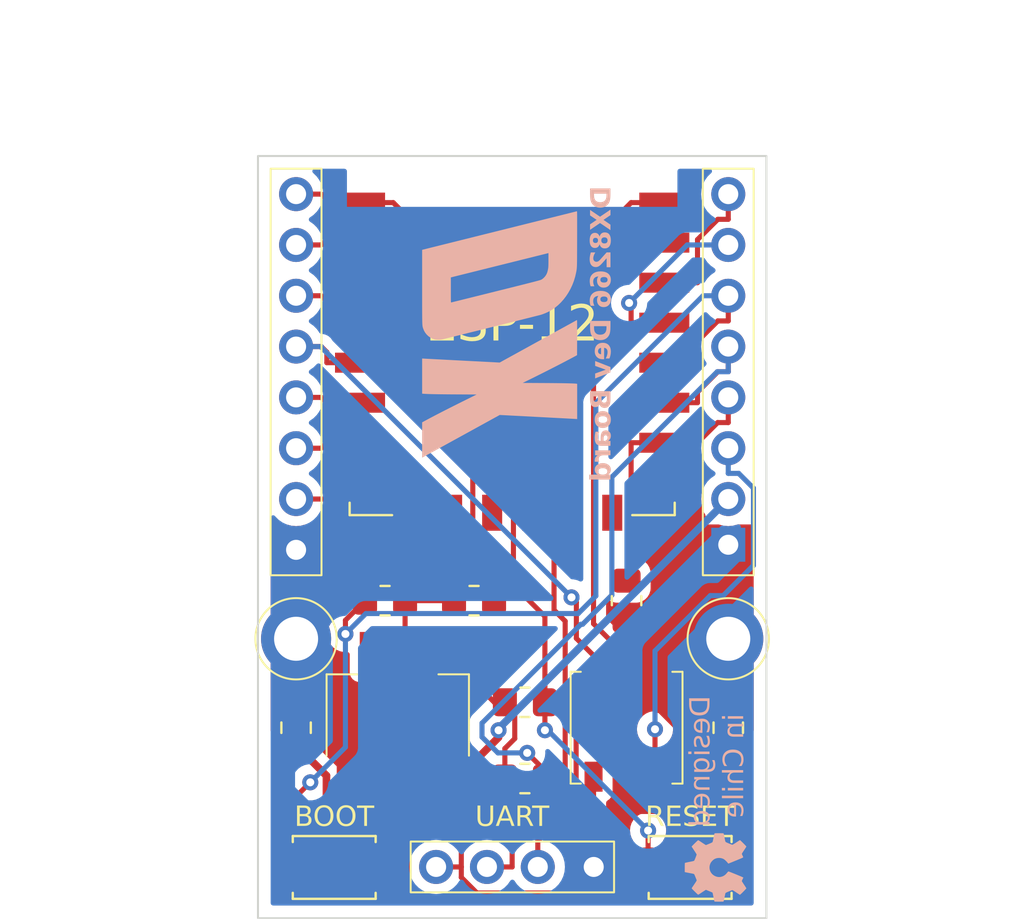
<source format=kicad_pcb>
(kicad_pcb (version 20221018) (generator pcbnew)
  (layers (0 "F.Cu" signal) (31 "B.Cu" signal) (34 "B.Paste" user) (35 "F.Paste" user) (36 "B.SilkS" user "B.Silkscreen") (37 "F.SilkS" user "F.Silkscreen") (38 "B.Mask" user) (39 "F.Mask" user) (44 "Edge.Cuts" user))
  (net 0 "")
  (net 1 "/VIN")
  (net 2 "Earth")
  (net 3 "VCC")
  (net 4 "/DOUT")
  (net 5 "/GPIO14")
  (net 6 "/GPIO13")
  (net 7 "/GPIO12")
  (net 8 "/GPIO16")
  (net 9 "/ADC")
  (net 10 "/RESET")
  (net 11 "/GPIO5")
  (net 12 "/GPIO4")
  (net 13 "/GPIO0")
  (net 14 "/GPIO2")
  (net 15 "/GPIO15")
  (net 16 "Net-(U1-EN)")
  (net 23 "Net-(Jr1-Pin_2)")
  (net 24 "Net-(Jr1-Pin_3)")
  (footprint "Connector_PinSocket_2.54mm:PinSocket_1x04_P2.54mm_Vertical" (layer "F.Cu") (at 123.2 125.705 90)
    (fp_text reference "Jr1" hide)
    (fp_text value "PINS_UART" hide)
    (pad "1" thru_hole rect (at 0 7.874 90) (size 1.7 1.7) (drill 1) (layers "*.Cu" "*.Mask") (net 2 "Earth"))
    (pad "2" thru_hole oval (at 0 2.54 90) (size 1.7 1.7) (drill 1) (layers "*.Cu" "*.Mask") (net 23 "Net-(Jr1-Pin_2)"))
    (pad "3" thru_hole oval (at 0 5.08 90) (size 1.7 1.7) (drill 1) (layers "*.Cu" "*.Mask") (net 24 "Net-(Jr1-Pin_3)"))
    (pad "4" thru_hole oval (at 0 0 90) (size 1.7 1.7) (drill 1) (layers "*.Cu" "*.Mask") (net 3 "VCC"))
  )
  (footprint "MountingHole:MountingHole_2.2mm_M2_ISO7380_Pad" (layer "F.Cu") (at 137.795 114.3)
    (fp_text reference "DX" hide)
    (fp_text value "MountingHole_2.2mm_M2_ISO7380_Pad")
    (pad "1" thru_hole circle (at 0 0) (size 3.5 3.5) (drill 2.2) (layers "*.Cu" "*.Mask") (net 2 "Earth"))
  )
  (footprint "Resistor_SMD:R_0805_2012Metric_Pad1.20x1.40mm_HandSolder" (layer "F.Cu") (at 127.635 117.475)
    (fp_text reference "R1" hide)
    (fp_text value "10k" hide)
    (pad "1" smd roundrect (at -1 0) (size 1.2 1.4) (layers "F.Cu" "F.Paste" "F.Mask") (roundrect_rratio 0.2083333333) (net 3 "VCC"))
    (pad "2" smd roundrect (at 1 0) (size 1.2 1.4) (layers "F.Cu" "F.Paste" "F.Mask") (roundrect_rratio 0.2083333333) (net 10 "/RESET"))
  )
  (footprint "Button_Switch_SMD:SW_Push_SPST_NO_Alps_SKRK" (layer "F.Cu") (at 118.11 125.73 180)
    (fp_text reference "SW2" hide)
    (fp_text value "FLASH" hide)
    (pad "1" smd roundrect (at -2.1 0 180) (size 0.8 2) (layers "F.Cu" "F.Paste" "F.Mask") (net 2 "Earth"))
    (pad "2" smd roundrect (at 2.1 0 180) (size 0.8 2) (layers "F.Cu" "F.Paste" "F.Mask") (net 13 "/GPIO0"))
  )
  (footprint "Resistor_SMD:R_0805_2012Metric_Pad1.20x1.40mm_HandSolder" (layer "F.Cu") (at 127.635 121.285)
    (fp_text reference "R3" hide)
    (fp_text value "10k" hide)
    (pad "1" smd roundrect (at -1 0) (size 1.2 1.4) (layers "F.Cu" "F.Paste" "F.Mask") (roundrect_rratio 0.2083333333) (net 3 "VCC"))
    (pad "2" smd roundrect (at 1 0) (size 1.2 1.4) (layers "F.Cu" "F.Paste" "F.Mask") (roundrect_rratio 0.2083333333) (net 14 "/GPIO2"))
  )
  (footprint "LED_SMD:LED_WS2812B_PLCC4_5.0x5.0mm_P3.2mm" (layer "F.Cu") (at 132.715 118.745 90)
    (fp_text reference "D1" hide)
    (fp_text value "WS2812B" hide)
    (pad "1" smd rect (at -2.45 -1.65 90) (size 1.5 0.9) (layers "F.Cu" "F.Paste" "F.Mask") (net 3 "VCC"))
    (pad "2" smd rect (at -2.45 1.65 90) (size 1.5 0.9) (layers "F.Cu" "F.Paste" "F.Mask") (net 4 "/DOUT"))
    (pad "3" smd rect (at 2.45 1.65 90) (size 1.5 0.9) (layers "F.Cu" "F.Paste" "F.Mask") (net 2 "Earth"))
    (pad "4" smd rect (at 2.45 -1.65 90) (size 1.5 0.9) (layers "F.Cu" "F.Paste" "F.Mask") (net 5 "/GPIO14"))
  )
  (footprint "MountingHole:MountingHole_2.2mm_M2_ISO7380_Pad" (layer "F.Cu") (at 116.205 114.3)
    (fp_text reference "hole2" hide)
    (fp_text value "MountingHole_2.2mm_M2_ISO7380_Pad")
    (pad "1" thru_hole circle (at 0 0) (size 3.5 3.5) (drill 2.2) (layers "*.Cu" "*.Mask") (net 2 "Earth"))
  )
  (footprint "Connector_PinSocket_2.54mm:PinSocket_1x08_P2.54mm_Vertical" (layer "F.Cu") (at 116.205 109.855 180)
    (fp_text reference "J1" hide)
    (fp_text value "PINS_LEFT" hide)
    (pad "1" thru_hole rect (at 0 0 180) (size 1.7 1.7) (drill 1) (layers "*.Cu" "*.Mask") (net 2 "Earth"))
    (pad "2" thru_hole oval (at 0 2.54 180) (size 1.7 1.7) (drill 1) (layers "*.Cu" "*.Mask") (net 3 "VCC"))
    (pad "3" thru_hole oval (at 0 5.08 180) (size 1.7 1.7) (drill 1) (layers "*.Cu" "*.Mask") (net 6 "/GPIO13"))
    (pad "4" thru_hole oval (at 0 7.62 180) (size 1.7 1.7) (drill 1) (layers "*.Cu" "*.Mask") (net 7 "/GPIO12"))
    (pad "5" thru_hole oval (at 0 10.16 180) (size 1.7 1.7) (drill 1) (layers "*.Cu" "*.Mask") (net 5 "/GPIO14"))
    (pad "6" thru_hole oval (at 0 12.7 180) (size 1.7 1.7) (drill 1) (layers "*.Cu" "*.Mask") (net 8 "/GPIO16"))
    (pad "7" thru_hole oval (at 0 15.24 180) (size 1.7 1.7) (drill 1) (layers "*.Cu" "*.Mask") (net 9 "/ADC"))
    (pad "8" thru_hole oval (at 0 17.78 180) (size 1.7 1.7) (drill 1) (layers "*.Cu" "*.Mask") (net 10 "/RESET"))
  )
  (footprint "Button_Switch_SMD:SW_Push_SPST_NO_Alps_SKRK" (layer "F.Cu") (at 135.89 125.73 180)
    (fp_text reference "SW1" hide)
    (fp_text value "RESET" hide)
    (pad "1" smd roundrect (at -2.1 0 180) (size 0.8 2) (layers "F.Cu" "F.Paste" "F.Mask") (net 2 "Earth"))
    (pad "2" smd roundrect (at 2.1 0 180) (size 0.8 2) (layers "F.Cu" "F.Paste" "F.Mask") (net 10 "/RESET"))
  )
  (footprint "Capacitor_SMD:C_0805_2012Metric_Pad1.18x1.45mm_HandSolder" (layer "F.Cu") (at 116.205 118.745 90)
    (fp_text reference "C1" hide)
    (fp_text value "10uf" hide)
    (pad "1" smd roundrect (at -1.0375 0 90) (size 1.175 1.45) (layers "F.Cu" "F.Paste" "F.Mask") (roundrect_rratio 0.2127659574) (net 1 "/VIN"))
    (pad "2" smd roundrect (at 1.0375 0 90) (size 1.175 1.45) (layers "F.Cu" "F.Paste" "F.Mask") (roundrect_rratio 0.2127659574) (net 2 "Earth"))
  )
  (footprint "Resistor_SMD:R_0805_2012Metric_Pad1.20x1.40mm_HandSolder" (layer "F.Cu") (at 125.095 112.395)
    (fp_text reference "R5" hide)
    (fp_text value "10k" hide)
    (pad "1" smd roundrect (at -1 0) (size 1.2 1.4) (layers "F.Cu" "F.Paste" "F.Mask") (roundrect_rratio 0.2083333333) (net 3 "VCC"))
    (pad "2" smd roundrect (at 1 0) (size 1.2 1.4) (layers "F.Cu" "F.Paste" "F.Mask") (roundrect_rratio 0.2083333333) (net 16 "Net-(U1-EN)"))
  )
  (footprint "Resistor_SMD:R_0805_2012Metric_Pad1.20x1.40mm_HandSolder" (layer "F.Cu") (at 120.65 112.395 180)
    (fp_text reference "R4" hide)
    (fp_text value "10k" hide)
    (pad "1" smd roundrect (at -1 0 180) (size 1.2 1.4) (layers "F.Cu" "F.Paste" "F.Mask") (roundrect_rratio 0.2083333333) (net 3 "VCC"))
    (pad "2" smd roundrect (at 1 0 180) (size 1.2 1.4) (layers "F.Cu" "F.Paste" "F.Mask") (roundrect_rratio 0.2083333333) (net 13 "/GPIO0"))
  )
  (footprint "RF_Module:ESP-12E" (layer "F.Cu") (at 127 96)
    (fp_text reference "U1" hide)
    (fp_text value "ESP-12F")
    (pad "1" smd rect (at -7.6 -3.5) (size 2.5 1) (layers "F.Cu" "F.Paste" "F.Mask") (net 10 "/RESET"))
    (pad "2" smd rect (at -7.6 -1.5) (size 2.5 1) (layers "F.Cu" "F.Paste" "F.Mask") (net 9 "/ADC"))
    (pad "3" smd rect (at -7.6 0.5) (size 2.5 1) (layers "F.Cu" "F.Paste" "F.Mask") (net 16 "Net-(U1-EN)"))
    (pad "4" smd rect (at -7.6 2.5) (size 2.5 1) (layers "F.Cu" "F.Paste" "F.Mask") (net 8 "/GPIO16"))
    (pad "5" smd rect (at -7.6 4.5) (size 2.5 1) (layers "F.Cu" "F.Paste" "F.Mask") (net 5 "/GPIO14"))
    (pad "6" smd rect (at -7.6 6.5) (size 2.5 1) (layers "F.Cu" "F.Paste" "F.Mask") (net 7 "/GPIO12"))
    (pad "7" smd rect (at -7.6 8.5) (size 2.5 1) (layers "F.Cu" "F.Paste" "F.Mask") (net 6 "/GPIO13"))
    (pad "8" smd rect (at -7.6 10.5) (size 2.5 1) (layers "F.Cu" "F.Paste" "F.Mask") (net 3 "VCC"))
    (pad "9" smd rect (at -5 12) (size 1 1.8) (layers "F.Cu" "F.Paste" "F.Mask"))
    (pad "10" smd rect (at -3 12) (size 1 1.8) (layers "F.Cu" "F.Paste" "F.Mask"))
    (pad "11" smd rect (at -1 12) (size 1 1.8) (layers "F.Cu" "F.Paste" "F.Mask"))
    (pad "12" smd rect (at 1 12) (size 1 1.8) (layers "F.Cu" "F.Paste" "F.Mask"))
    (pad "13" smd rect (at 3 12) (size 1 1.8) (layers "F.Cu" "F.Paste" "F.Mask"))
    (pad "14" smd rect (at 5 12) (size 1 1.8) (layers "F.Cu" "F.Paste" "F.Mask"))
    (pad "15" smd rect (at 7.6 10.5) (size 2.5 1) (layers "F.Cu" "F.Paste" "F.Mask") (net 2 "Earth"))
    (pad "16" smd rect (at 7.6 8.5) (size 2.5 1) (layers "F.Cu" "F.Paste" "F.Mask") (net 15 "/GPIO15"))
    (pad "17" smd rect (at 7.6 6.5) (size 2.5 1) (layers "F.Cu" "F.Paste" "F.Mask") (net 14 "/GPIO2"))
    (pad "18" smd rect (at 7.6 4.5) (size 2.5 1) (layers "F.Cu" "F.Paste" "F.Mask") (net 13 "/GPIO0"))
    (pad "19" smd rect (at 7.6 2.5) (size 2.5 1) (layers "F.Cu" "F.Paste" "F.Mask") (net 12 "/GPIO4"))
    (pad "20" smd rect (at 7.6 0.5) (size 2.5 1) (layers "F.Cu" "F.Paste" "F.Mask") (net 11 "/GPIO5"))
    (pad "21" smd rect (at 7.6 -1.5) (size 2.5 1) (layers "F.Cu" "F.Paste" "F.Mask") (net 24 "Net-(Jr1-Pin_3)"))
    (pad "22" smd rect (at 7.6 -3.5) (size 2.5 1) (layers "F.Cu" "F.Paste" "F.Mask") (net 23 "Net-(Jr1-Pin_2)"))
    (zone (net 0) (net_name "") (layers "*.Cu") (connect_pads (clearance 0)) (min_thickness 0.254)
      (keepout (tracks not_allowed) (vias not_allowed) (pads not_allowed) (copperpour not_allowed) (footprints not_allowed))
      (fill (thermal_gap 0.508) (thermal_bridge_width 0.508))
      (polygon (pts (xy 118.88 91.2) (xy 135.12 91.2) (xy 135.12 83.88) (xy 118.88 83.88)))
    )
  )
  (footprint "Connector_PinSocket_2.54mm:PinSocket_1x08_P2.54mm_Vertical" (layer "F.Cu") (at 137.795 92.075)
    (fp_text reference "J2" hide)
    (fp_text value "PINS_RIGHT" hide)
    (pad "1" thru_hole rect (at 0 17.526) (size 1.7 1.7) (drill 1) (layers "*.Cu" "*.Mask") (net 2 "Earth"))
    (pad "2" thru_hole oval (at 0 2.54) (size 1.7 1.7) (drill 1) (layers "*.Cu" "*.Mask") (net 12 "/GPIO4"))
    (pad "3" thru_hole oval (at 0 5.08) (size 1.7 1.7) (drill 1) (layers "*.Cu" "*.Mask") (net 13 "/GPIO0"))
    (pad "4" thru_hole oval (at 0 7.62) (size 1.7 1.7) (drill 1) (layers "*.Cu" "*.Mask") (net 14 "/GPIO2"))
    (pad "5" thru_hole oval (at 0 10.16) (size 1.7 1.7) (drill 1) (layers "*.Cu" "*.Mask") (net 15 "/GPIO15"))
    (pad "6" thru_hole oval (at 0 12.7) (size 1.7 1.7) (drill 1) (layers "*.Cu" "*.Mask") (net 4 "/DOUT"))
    (pad "7" thru_hole oval (at 0 15.24) (size 1.7 1.7) (drill 1) (layers "*.Cu" "*.Mask") (net 1 "/VIN"))
    (pad "8" thru_hole oval (at 0 0) (size 1.7 1.7) (drill 1) (layers "*.Cu" "*.Mask") (net 11 "/GPIO5"))
  )
  (footprint "Resistor_SMD:R_0805_2012Metric_Pad1.20x1.40mm_HandSolder" (layer "F.Cu") (at 132.715 112.395 -90)
    (fp_text reference "R2" hide)
    (fp_text value "10k" hide)
    (pad "1" smd roundrect (at -1 0 270) (size 1.2 1.4) (layers "F.Cu" "F.Paste" "F.Mask") (roundrect_rratio 0.2083333333) (net 15 "/GPIO15"))
    (pad "2" smd roundrect (at 1 0 270) (size 1.2 1.4) (layers "F.Cu" "F.Paste" "F.Mask") (roundrect_rratio 0.2083333333) (net 2 "Earth"))
  )
  (footprint "Capacitor_SMD:C_0805_2012Metric_Pad1.18x1.45mm_HandSolder" (layer "F.Cu") (at 137.795 118.745 90)
    (fp_text reference "C2" hide)
    (fp_text value "10uf" hide)
    (pad "1" smd roundrect (at -1.0375 0 90) (size 1.175 1.45) (layers "F.Cu" "F.Paste" "F.Mask") (roundrect_rratio 0.2127659574) (net 3 "VCC"))
    (pad "2" smd roundrect (at 1.0375 0 90) (size 1.175 1.45) (layers "F.Cu" "F.Paste" "F.Mask") (roundrect_rratio 0.2127659574) (net 2 "Earth"))
  )
  (footprint "Package_TO_SOT_SMD:SOT-223-3_TabPin2" (layer "F.Cu") (at 121.285 118.11 90)
    (fp_text reference "Ue" hide)
    (fp_text value "AMS1117-3.3" hide)
    (pad "1" smd rect (at -3.15 -2.3 90) (size 2 1.5) (layers "F.Cu" "F.Paste" "F.Mask") (net 2 "Earth"))
    (pad "2" smd rect (at -3.15 0 90) (size 2 1.5) (layers "F.Cu" "F.Paste" "F.Mask") (net 3 "VCC"))
    (pad "2" smd rect (at 3.15 0 90) (size 2 3.8) (layers "F.Cu" "F.Paste" "F.Mask") (net 3 "VCC"))
    (pad "3" smd rect (at -3.15 2.3 90) (size 2 1.5) (layers "F.Cu" "F.Paste" "F.Mask") (net 1 "/VIN"))
  )
  (footprint "LOGO" (layer "B.Cu") (at 137.16 125.73 -90)
    (fp_text reference "G***" hide)
    (fp_text value "LOGO" hide)
  )
  (footprint "LOGO" (layer "B.Cu") (at 126.365 99.06 -90)
    (fp_text reference "G***" hide)
    (fp_text value "LOGO" hide)
  )
  (gr_rect (start 114.3 90.17) (end 139.7 128.27) (stroke (width 0.1)) (fill none) (layer "Edge.Cuts"))
  (gr_text "DX8266 Dev Board" (at 132.08 99.06 90) (layer "B.SilkS") (effects (font (size 1 1) (thickness 0.2) bold italic) (justify bottom mirror)))
  (gr_text "Designed \nin Chile" (at 138.709274 120.65 90) (layer "B.SilkS") (effects (font (size 1 1)) (justify bottom mirror)))
  (gr_text "ESP-12" (at 127 99.695) (layer "F.SilkS") (effects (font (size 1.778 1.778)) (justify bottom)))
  (gr_text "BOOT" (at 118.11 123.825) (layer "F.SilkS") (effects (font (size 1 1)) (justify bottom)))
  (gr_text "RESET" (at 135.89 123.825) (layer "F.SilkS") (effects (font (size 1 1)) (justify bottom)))
  (gr_text "UART" (at 127 123.825) (layer "F.SilkS") (effects (font (size 1 1)) (justify bottom)))
  (segment (start 117.7216 121.1407) (end 116.3634 119.7825) (width 0.381) (layer "F.Cu") (net 1))
  (segment (start 117.7216 125.1169) (end 117.7216 121.1407) (width 0.381) (layer "F.Cu") (net 1))
  (segment (start 123.585 121.26) (end 123.585 121.9641) (width 0.254) (layer "F.Cu") (net 1))
  (segment (start 123.585 122.6683) (end 121.7585 124.4948) (width 0.381) (layer "F.Cu") (net 1))
  (segment (start 119.7826 127.1779) (end 117.7216 125.1169) (width 0.381) (layer "F.Cu") (net 1))
  (segment (start 121.7585 126.0717) (end 120.6523 127.1779) (width 0.381) (layer "F.Cu") (net 1))
  (segment (start 123.585 121.9641) (end 126.3203 119.2288) (width 0.381) (layer "F.Cu") (net 1))
  (segment (start 123.585 121.9641) (end 123.585 122.6683) (width 0.381) (layer "F.Cu") (net 1))
  (segment (start 120.6523 127.1779) (end 119.7826 127.1779) (width 0.381) (layer "F.Cu") (net 1))
  (segment (start 126.3203 119.2288) (end 126.3203 118.8725) (width 0.254) (layer "F.Cu") (net 1))
  (segment (start 121.7585 124.4948) (end 121.7585 126.0717) (width 0.381) (layer "F.Cu") (net 1))
  (segment (start 116.3634 119.7825) (end 116.205 119.7825) (width 0.254) (layer "F.Cu") (net 1))
  (via (at 126.3203 118.8725) (size 0.8) (drill 0.4) (layers "F.Cu" "B.Cu") (net 1))
  (segment (start 126.3203 118.7897) (end 137.795 107.315) (width 0.381) (layer "B.Cu") (net 1))
  (segment (start 126.3203 118.8725) (end 126.3203 118.7897) (width 0.254) (layer "B.Cu") (net 1))
  (segment (start 137.795 117.7075) (end 137.795 114.3) (width 0.6858) (layer "F.Cu") (net 2))
  (segment (start 118.985 121.7226) (end 118.985 121.26) (width 0.6858) (layer "F.Cu") (net 2))
  (segment (start 118.985 121.7226) (end 118.985 122.8842) (width 0.6858) (layer "F.Cu") (net 2))
  (segment (start 136.3208 109.601) (end 136.3208 108.2208) (width 0.6858) (layer "F.Cu") (net 2))
  (segment (start 136.1432 119.3593) (end 134.453 117.6692) (width 0.6858) (layer "F.Cu") (net 2))
  (segment (start 118.985 121.26) (end 118.985 119.6358) (width 0.6858) (layer "F.Cu") (net 2))
  (segment (start 136.1432 119.3593) (end 137.795 117.7075) (width 0.6858) (layer "F.Cu") (net 2))
  (segment (start 135.9166 121.7724) (end 135.9166 119.5859) (width 0.6858) (layer "F.Cu") (net 2))
  (segment (start 134.453 117.6692) (end 134.365 117.6692) (width 0.6858) (layer "F.Cu") (net 2))
  (segment (start 132.5903 122.7145) (end 134.9745 122.7145) (width 0.6858) (layer "F.Cu") (net 2))
  (segment (start 137.795 114.3) (end 137.795 109.601) (width 0.6858) (layer "F.Cu") (net 2))
  (segment (start 116.205 114.3) (end 116.205 117.7075) (width 0.6858) (layer "F.Cu") (net 2))
  (segment (start 134.9745 122.7145) (end 137.99 125.73) (width 0.6858) (layer "F.Cu") (net 2))
  (segment (start 120.21 124.1092) (end 120.21 125.73) (width 0.6858) (layer "F.Cu") (net 2))
  (segment (start 118.985 119.6358) (end 118.1333 119.6358) (width 0.6858) (layer "F.Cu") (net 2))
  (segment (start 135.9166 119.5859) (end 136.1432 119.3593) (width 0.6858) (layer "F.Cu") (net 2))
  (segment (start 134.365 114.9208) (end 134.2408 114.9208) (width 0.6858) (layer "F.Cu") (net 2))
  (segment (start 134.365 116.295) (end 134.365 117.6692) (width 0.6858) (layer "F.Cu") (net 2))
  (segment (start 118.985 122.8842) (end 120.21 124.1092) (width 0.6858) (layer "F.Cu") (net 2))
  (segment (start 136.3208 108.2208) (end 134.6 106.5) (width 0.6858) (layer "F.Cu") (net 2))
  (segment (start 134.365 116.295) (end 134.365 114.9208) (width 0.6858) (layer "F.Cu") (net 2))
  (segment (start 118.1333 119.6358) (end 116.205 117.7075) (width 0.6858) (layer "F.Cu") (net 2))
  (segment (start 116.205 109.855) (end 116.205 114.3) (width 0.6858) (layer "F.Cu") (net 2))
  (segment (start 131.074 124.2308) (end 132.5903 122.7145) (width 0.6858) (layer "F.Cu") (net 2))
  (segment (start 134.9745 122.7145) (end 135.9166 121.7724) (width 0.6858) (layer "F.Cu") (net 2))
  (segment (start 137.795 109.601) (end 136.3208 109.601) (width 0.6858) (layer "F.Cu") (net 2))
  (segment (start 131.074 125.705) (end 131.074 124.2308) (width 0.6858) (layer "F.Cu") (net 2))
  (segment (start 134.2408 114.9208) (end 132.715 113.395) (width 0.6858) (layer "F.Cu") (net 2))
  (segment (start 117.7926 123.8394) (end 129.2084 123.8394) (width 0.6858) (layer "B.Cu") (net 2))
  (segment (start 115.8109 121.8577) (end 117.7926 123.8394) (width 0.6858) (layer "B.Cu") (net 2))
  (segment (start 115.8109 114.6941) (end 115.8109 121.8577) (width 0.6858) (layer "B.Cu") (net 2))
  (segment (start 129.2084 123.8394) (end 131.074 125.705) (width 0.6858) (layer "B.Cu") (net 2))
  (segment (start 116.205 114.3) (end 115.8109 114.6941) (width 0.6858) (layer "B.Cu") (net 2))
  (segment (start 126.635 119.7838) (end 127.1286 119.2902) (width 0.254) (layer "F.Cu") (net 3))
  (segment (start 126.635 121.285) (end 124.4583 123.4617) (width 0.254) (layer "F.Cu") (net 3))
  (segment (start 116.205 107.315) (end 117.4633 107.315) (width 0.254) (layer "F.Cu") (net 3))
  (segment (start 131.065 123.1776) (end 131.065 121.195) (width 0.254) (layer "F.Cu") (net 3))
  (segment (start 137.795 119.7825) (end 138.7995 120.787) (width 0.254) (layer "F.Cu") (net 3))
  (segment (start 126.635 121.285) (end 126.635 119.7838) (width 0.254) (layer "F.Cu") (net 3))
  (segment (start 125.2388 127.0069) (end 124.4583 126.2264) (width 0.254) (layer "F.Cu") (net 3))
  (segment (start 129.8105 126.7189) (end 129.5225 127.0069) (width 0.254) (layer "F.Cu") (net 3))
  (segment (start 138.7995 120.787) (end 138.7995 126.7874) (width 0.254) (layer "F.Cu") (net 3))
  (segment (start 119.4 106.5) (end 118.6561 106.5) (width 0.254) (layer "F.Cu") (net 3))
  (segment (start 124.4583 123.4617) (end 124.4583 125.705) (width 0.254) (layer "F.Cu") (net 3))
  (segment (start 121.9901 114.96) (end 121.285 115.6651) (width 0.254) (layer "F.Cu") (net 3))
  (segment (start 126.1083 117.475) (end 123.5933 114.96) (width 0.254) (layer "F.Cu") (net 3))
  (segment (start 121.65 112.395) (end 121.65 110.3089) (width 0.254) (layer "F.Cu") (net 3))
  (segment (start 129.5225 127.0069) (end 125.2388 127.0069) (width 0.254) (layer "F.Cu") (net 3))
  (segment (start 118.6561 107.315) (end 118.6561 106.5) (width 0.254) (layer "F.Cu") (net 3))
  (segment (start 138.4363 127.1506) (end 130.2422 127.1506) (width 0.254) (layer "F.Cu") (net 3))
  (segment (start 127.1286 119.2902) (end 127.1286 117.9686) (width 0.254) (layer "F.Cu") (net 3))
  (segment (start 121.285 115.6651) (end 121.285 121.26) (width 0.254) (layer "F.Cu") (net 3))
  (segment (start 121.285 114.96) (end 121.6752 114.96) (width 0.254) (layer "F.Cu") (net 3))
  (segment (start 129.8105 124.4321) (end 131.065 123.1776) (width 0.254) (layer "F.Cu") (net 3))
  (segment (start 118.6561 107.315) (end 117.4633 107.315) (width 0.254) (layer "F.Cu") (net 3))
  (segment (start 124.4583 126.2264) (end 124.4583 125.705) (width 0.254) (layer "F.Cu") (net 3))
  (segment (start 123.2 125.705) (end 124.4583 125.705) (width 0.254) (layer "F.Cu") (net 3))
  (segment (start 126.635 117.475) (end 126.1083 117.475) (width 0.254) (layer "F.Cu") (net 3))
  (segment (start 121.6752 114.96) (end 121.9901 114.96) (width 0.254) (layer "F.Cu") (net 3))
  (segment (start 130.2422 127.1506) (end 129.8105 126.7189) (width 0.254) (layer "F.Cu") (net 3))
  (segment (start 129.8105 126.7189) (end 129.8105 124.4321) (width 0.254) (layer "F.Cu") (net 3))
  (segment (start 121.65 110.3089) (end 118.6561 107.315) (width 0.254) (layer "F.Cu") (net 3))
  (segment (start 138.7995 126.7874) (end 138.4363 127.1506) (width 0.254) (layer "F.Cu") (net 3))
  (segment (start 121.6752 114.96) (end 121.65 114.9348) (width 0.254) (layer "F.Cu") (net 3))
  (segment (start 127.1286 117.9686) (end 126.635 117.475) (width 0.254) (layer "F.Cu") (net 3))
  (segment (start 121.9901 114.96) (end 123.5933 114.96) (width 0.254) (layer "F.Cu") (net 3))
  (segment (start 121.65 112.395) (end 124.095 112.395) (width 0.254) (layer "F.Cu") (net 3))
  (segment (start 121.65 114.9348) (end 121.65 112.395) (width 0.254) (layer "F.Cu") (net 3))
  (segment (start 134.365 121.195) (end 134.365 120.0367) (width 0.254) (layer "F.Cu") (net 4))
  (segment (start 134.365 120.0367) (end 134.1352 119.8069) (width 0.254) (layer "F.Cu") (net 4))
  (segment (start 134.1352 119.8069) (end 134.1352 118.8228) (width 0.254) (layer "F.Cu") (net 4))
  (via (at 134.1352 118.8228) (size 0.8) (drill 0.4) (layers "F.Cu" "B.Cu") (net 4))
  (segment (start 139.0533 110.6324) (end 139.0533 106.7702) (width 0.254) (layer "B.Cu") (net 4))
  (segment (start 134.1352 118.8228) (end 134.1352 114.9054) (width 0.254) (layer "B.Cu") (net 4))
  (segment (start 137.544 112.1417) (end 139.0533 110.6324) (width 0.254) (layer "B.Cu") (net 4))
  (segment (start 139.0533 106.7702) (end 138.3164 106.0333) (width 0.254) (layer "B.Cu") (net 4))
  (segment (start 134.1352 114.9054) (end 136.8989 112.1417) (width 0.254) (layer "B.Cu") (net 4))
  (segment (start 137.795 104.775) (end 137.795 106.0333) (width 0.254) (layer "B.Cu") (net 4))
  (segment (start 138.3164 106.0333) (end 137.795 106.0333) (width 0.254) (layer "B.Cu") (net 4))
  (segment (start 136.8989 112.1417) (end 137.544 112.1417) (width 0.254) (layer "B.Cu") (net 4))
  (segment (start 116.205 99.695) (end 117.4633 99.695) (width 0.254) (layer "F.Cu") (net 5))
  (segment (start 131.065 116.295) (end 131.065 115.1367) (width 0.254) (layer "F.Cu") (net 5))
  (segment (start 119.4 100.5) (end 117.7417 100.5) (width 0.254) (layer "F.Cu") (net 5))
  (segment (start 117.7417 100.5) (end 117.7417 99.9734) (width 0.254) (layer "F.Cu") (net 5))
  (segment (start 117.7417 99.9734) (end 117.4633 99.695) (width 0.254) (layer "F.Cu") (net 5))
  (segment (start 129.9639 112.2309) (end 130.2067 112.4737) (width 0.254) (layer "F.Cu") (net 5))
  (segment (start 130.2067 112.4737) (end 130.2067 114.2784) (width 0.254) (layer "F.Cu") (net 5))
  (segment (start 130.2067 114.2784) (end 131.065 115.1367) (width 0.254) (layer "F.Cu") (net 5))
  (via (at 129.9639 112.2309) (size 0.8) (drill 0.4) (layers "F.Cu" "B.Cu") (net 5))
  (segment (start 117.4633 99.7303) (end 129.9639 112.2309) (width 0.254) (layer "B.Cu") (net 5))
  (segment (start 117.4633 99.695) (end 117.4633 99.7303) (width 0.254) (layer "B.Cu") (net 5))
  (segment (start 116.205 99.695) (end 117.4633 99.695) (width 0.254) (layer "B.Cu") (net 5))
  (segment (start 117.7383 104.5) (end 117.4633 104.775) (width 0.254) (layer "F.Cu") (net 6))
  (segment (start 119.4 104.5) (end 117.7383 104.5) (width 0.254) (layer "F.Cu") (net 6))
  (segment (start 116.205 104.775) (end 117.4633 104.775) (width 0.254) (layer "F.Cu") (net 6))
  (segment (start 116.205 102.235) (end 117.4633 102.235) (width 0.254) (layer "F.Cu") (net 7))
  (segment (start 119.4 102.5) (end 117.7283 102.5) (width 0.254) (layer "F.Cu") (net 7))
  (segment (start 117.7283 102.5) (end 117.4633 102.235) (width 0.254) (layer "F.Cu") (net 7))
  (segment (start 117.7417 98.5) (end 117.7417 97.4334) (width 0.254) (layer "F.Cu") (net 8))
  (segment (start 119.4 98.5) (end 117.7417 98.5) (width 0.254) (layer "F.Cu") (net 8))
  (segment (start 116.205 97.155) (end 117.4633 97.155) (width 0.254) (layer "F.Cu") (net 8))
  (segment (start 117.7417 97.4334) (end 117.4633 97.155) (width 0.254) (layer "F.Cu") (net 8))
  (segment (start 116.205 94.615) (end 117.4633 94.615) (width 0.254) (layer "F.Cu") (net 9))
  (segment (start 117.5783 94.5) (end 117.4633 94.615) (width 0.254) (layer "F.Cu") (net 9))
  (segment (start 119.4 94.5) (end 117.5783 94.5) (width 0.254) (layer "F.Cu") (net 9))
  (segment (start 116.205 92.075) (end 117.4633 92.075) (width 0.254) (layer "F.Cu") (net 10))
  (segment (start 128.635 113.1815) (end 128.635 117.475) (width 0.254) (layer "F.Cu") (net 10))
  (segment (start 127.0622 98.5039) (end 127.0622 111.6087) (width 0.254) (layer "F.Cu") (net 10))
  (segment (start 127.0622 111.6087) (end 128.635 113.1815) (width 0.254) (layer "F.Cu") (net 10))
  (segment (start 128.635 117.475) (end 128.635 118.8726) (width 0.254) (layer "F.Cu") (net 10))
  (segment (start 117.7417 92.3534) (end 117.4633 92.075) (width 0.254) (layer "F.Cu") (net 10))
  (segment (start 121.0583 92.5) (end 127.0622 98.5039) (width 0.254) (layer "F.Cu") (net 10))
  (segment (start 119.4 92.5) (end 117.7417 92.5) (width 0.254) (layer "F.Cu") (net 10))
  (segment (start 119.4 92.5) (end 121.0583 92.5) (width 0.254) (layer "F.Cu") (net 10))
  (segment (start 117.7417 92.5) (end 117.7417 92.3534) (width 0.254) (layer "F.Cu") (net 10))
  (segment (start 133.79 125.73) (end 133.79 123.8842) (width 0.254) (layer "F.Cu") (net 10))
  (via (at 133.79 123.8842) (size 0.8) (drill 0.4) (layers "F.Cu" "B.Cu") (net 10))
  (via (at 128.635 118.8726) (size 0.8) (drill 0.4) (layers "F.Cu" "B.Cu") (net 10))
  (segment (start 133.79 123.8842) (end 128.7784 118.8726) (width 0.254) (layer "B.Cu") (net 10))
  (segment (start 128.7784 118.8726) (end 128.635 118.8726) (width 0.254) (layer "B.Cu") (net 10))
  (segment (start 136.2583 94.3486) (end 137.2736 93.3333) (width 0.254) (layer "F.Cu") (net 11))
  (segment (start 137.2736 93.3333) (end 137.795 93.3333) (width 0.254) (layer "F.Cu") (net 11))
  (segment (start 137.795 92.075) (end 137.795 93.3333) (width 0.254) (layer "F.Cu") (net 11))
  (segment (start 134.6 96.5) (end 136.2583 96.5) (width 0.254) (layer "F.Cu") (net 11))
  (segment (start 136.2583 96.5) (end 136.2583 94.3486) (width 0.254) (layer "F.Cu") (net 11))
  (segment (start 132.9417 97.6142) (end 132.8424 97.5149) (width 0.254) (layer "F.Cu") (net 12))
  (segment (start 132.9417 98.5) (end 132.9417 97.6142) (width 0.254) (layer "F.Cu") (net 12))
  (segment (start 134.6 98.5) (end 132.9417 98.5) (width 0.254) (layer "F.Cu") (net 12))
  (via (at 132.8424 97.5149) (size 0.8) (drill 0.4) (layers "F.Cu" "B.Cu") (net 12))
  (segment (start 135.7423 94.615) (end 132.8424 97.5149) (width 0.254) (layer "B.Cu") (net 12))
  (segment (start 137.795 94.615) (end 135.7423 94.615) (width 0.254) (layer "B.Cu") (net 12))
  (segment (start 137.795 97.155) (end 137.795 98.4133) (width 0.254) (layer "F.Cu") (net 13))
  (segment (start 136.2583 100.5) (end 136.2583 99.4286) (width 0.254) (layer "F.Cu") (net 13))
  (segment (start 116.9133 121.4755) (end 116.01 122.3788) (width 0.254) (layer "F.Cu") (net 13))
  (segment (start 118.67 114.0604) (end 118.67 113.375) (width 0.254) (layer "F.Cu") (net 13))
  (segment (start 136.2583 99.4286) (end 137.2736 98.4133) (width 0.254) (layer "F.Cu") (net 13))
  (segment (start 137.2736 98.4133) (end 137.795 98.4133) (width 0.254) (layer "F.Cu") (net 13))
  (segment (start 134.6 100.5) (end 136.2583 100.5) (width 0.254) (layer "F.Cu") (net 13))
  (segment (start 118.67 113.375) (end 119.65 112.395) (width 0.254) (layer "F.Cu") (net 13))
  (segment (start 116.01 122.3788) (end 116.01 125.73) (width 0.254) (layer "F.Cu") (net 13))
  (via (at 118.67 114.0604) (size 0.8) (drill 0.4) (layers "F.Cu" "B.Cu") (net 13))
  (via (at 116.9133 121.4755) (size 0.8) (drill 0.4) (layers "F.Cu" "B.Cu") (net 13))
  (segment (start 131.1795 112.1584) (end 131.1795 102.5122) (width 0.254) (layer "B.Cu") (net 13))
  (segment (start 131.1795 102.5122) (end 136.5367 97.155) (width 0.254) (layer "B.Cu") (net 13))
  (segment (start 118.67 114.0604) (end 119.6912 113.0392) (width 0.254) (layer "B.Cu") (net 13))
  (segment (start 119.6912 113.0392) (end 130.2987 113.0392) (width 0.254) (layer "B.Cu") (net 13))
  (segment (start 137.795 97.155) (end 136.5367 97.155) (width 0.254) (layer "B.Cu") (net 13))
  (segment (start 130.2987 113.0392) (end 131.1795 112.1584) (width 0.254) (layer "B.Cu") (net 13))
  (segment (start 118.67 119.7188) (end 118.67 114.0604) (width 0.254) (layer "B.Cu") (net 13))
  (segment (start 116.9133 121.4755) (end 118.67 119.7188) (width 0.254) (layer "B.Cu") (net 13))
  (segment (start 137.2736 100.9533) (end 137.795 100.9533) (width 0.254) (layer "F.Cu") (net 14))
  (segment (start 127.7502 120.0042) (end 128.635 120.889) (width 0.254) (layer "F.Cu") (net 14))
  (segment (start 137.795 99.695) (end 137.795 100.9533) (width 0.254) (layer "F.Cu") (net 14))
  (segment (start 128.635 120.889) (end 128.635 121.285) (width 0.254) (layer "F.Cu") (net 14))
  (segment (start 136.2583 101.9686) (end 137.2736 100.9533) (width 0.254) (layer "F.Cu") (net 14))
  (segment (start 136.2583 102.5) (end 136.2583 101.9686) (width 0.254) (layer "F.Cu") (net 14))
  (segment (start 134.6 102.5) (end 136.2583 102.5) (width 0.254) (layer "F.Cu") (net 14))
  (via (at 127.7502 120.0042) (size 0.8) (drill 0.4) (layers "F.Cu" "B.Cu") (net 14))
  (segment (start 137.2445 100.9533) (end 137.795 100.9533) (width 0.254) (layer "B.Cu") (net 14))
  (segment (start 126.2874 120.0042) (end 125.4925 119.2093) (width 0.254) (layer "B.Cu") (net 14))
  (segment (start 130.4352 113.5745) (end 130.5204 113.5745) (width 0.254) (layer "B.Cu") (net 14))
  (segment (start 131.9801 106.2177) (end 137.2445 100.9533) (width 0.254) (layer "B.Cu") (net 14))
  (segment (start 130.5204 113.5745) (end 131.9801 112.1148) (width 0.254) (layer "B.Cu") (net 14))
  (segment (start 125.4925 119.2093) (end 125.4925 118.5172) (width 0.254) (layer "B.Cu") (net 14))
  (segment (start 131.9801 112.1148) (end 131.9801 106.2177) (width 0.254) (layer "B.Cu") (net 14))
  (segment (start 125.4925 118.5172) (end 130.4352 113.5745) (width 0.254) (layer "B.Cu") (net 14))
  (segment (start 137.795 99.695) (end 137.795 100.9533) (width 0.254) (layer "B.Cu") (net 14))
  (segment (start 127.7502 120.0042) (end 126.2874 120.0042) (width 0.254) (layer "B.Cu") (net 14))
  (segment (start 132.9417 104.5) (end 132.9417 111.1683) (width 0.254) (layer "F.Cu") (net 15))
  (segment (start 137.265 103.4933) (end 137.795 103.4933) (width 0.254) (layer "F.Cu") (net 15))
  (segment (start 136.2583 104.5) (end 137.265 103.4933) (width 0.254) (layer "F.Cu") (net 15))
  (segment (start 132.9417 111.1683) (end 132.715 111.395) (width 0.254) (layer "F.Cu") (net 15))
  (segment (start 134.6 104.5) (end 136.2583 104.5) (width 0.254) (layer "F.Cu") (net 15))
  (segment (start 133.7709 104.5) (end 132.9417 104.5) (width 0.254) (layer "F.Cu") (net 15))
  (segment (start 133.7709 104.5) (end 134.6 104.5) (width 0.254) (layer "F.Cu") (net 15))
  (segment (start 137.795 102.235) (end 137.795 103.4933) (width 0.254) (layer "F.Cu") (net 15))
  (segment (start 125.0324 111.3324) (end 126.095 112.395) (width 0.254) (layer "F.Cu") (net 16))
  (segment (start 125.0324 100.4741) (end 125.0324 111.3324) (width 0.254) (layer "F.Cu") (net 16))
  (segment (start 119.4 96.5) (end 121.0583 96.5) (width 0.254) (layer "F.Cu") (net 16))
  (segment (start 121.0583 96.5) (end 125.0324 100.4741) (width 0.254) (layer "F.Cu") (net 16))
  (segment (start 132.9417 92.5) (end 129.0917 96.35) (width 0.254) (layer "F.Cu") (net 23))
  (segment (start 134.6 92.5) (end 132.9417 92.5) (width 0.254) (layer "F.Cu") (net 23))
  (segment (start 129.0917 112.8622) (end 129.6478 113.4183) (width 0.254) (layer "F.Cu") (net 23))
  (segment (start 129.0917 96.35) (end 129.0917 112.8622) (width 0.254) (layer "F.Cu") (net 23))
  (segment (start 129.6478 122.0044) (end 126.9983 124.6539) (width 0.254) (layer "F.Cu") (net 23))
  (segment (start 125.74 125.705) (end 126.9983 125.705) (width 0.254) (layer "F.Cu") (net 23))
  (segment (start 126.9983 124.6539) (end 126.9983 125.705) (width 0.254) (layer "F.Cu") (net 23))
  (segment (start 129.6478 113.4183) (end 129.6478 122.0044) (width 0.254) (layer "F.Cu") (net 23))
  (segment (start 132.9417 94.5) (end 131.0648 96.3769) (width 0.254) (layer "F.Cu") (net 24))
  (segment (start 128.28 124.4004) (end 128.28 125.705) (width 0.254) (layer "F.Cu") (net 24))
  (segment (start 130.1949 119.0252) (end 130.1949 122.4855) (width 0.254) (layer "F.Cu") (net 24))
  (segment (start 134.6 94.5) (end 132.9417 94.5) (width 0.254) (layer "F.Cu") (net 24))
  (segment (start 131.9328 114.4138) (end 131.9328 117.2873) (width 0.254) (layer "F.Cu") (net 24))
  (segment (start 131.9328 117.2873) (end 130.1949 119.0252) (width 0.254) (layer "F.Cu") (net 24))
  (segment (start 130.1949 122.4855) (end 128.28 124.4004) (width 0.254) (layer "F.Cu") (net 24))
  (segment (start 131.0648 96.3769) (end 131.0648 113.5458) (width 0.254) (layer "F.Cu") (net 24))
  (segment (start 131.0648 113.5458) (end 131.9328 114.4138) (width 0.254) (layer "F.Cu") (net 24))
  (zone (net 2) (net_name "Earth") (layer "F.Cu") (priority 1) (connect_pads yes (clearance 0.5)) (min_thickness 0.25) (fill yes (thermal_gap 0.5) (thermal_bridge_width 0.5))
    (polygon (pts (xy 136.525 90.805) (xy 135.255 90.805) (xy 135.255 92.71) (xy 118.745 92.71) (xy 118.745 90.805) (xy 117.475 90.805) (xy 117.475 108.585) (xy 114.935 108.585) (xy 114.935 127.635) (xy 139.065 127.635) (xy 139.065 108.585) (xy 136.525 108.585)))
  )
  (zone (net 2) (net_name "Earth") (layer "B.Cu") (connect_pads yes (clearance 0.5)) (min_thickness 0.25) (fill yes (thermal_gap 0.5) (thermal_bridge_width 0.5) (island_removal_mode 2) (island_area_min 9.999999))
    (polygon (pts (xy 114.935 90.805) (xy 118.745 90.805) (xy 118.745 92.71) (xy 135.255 92.71) (xy 135.255 90.805) (xy 139.065 90.805) (xy 139.065 127.635) (xy 114.935 127.635)))
  )
)
</source>
